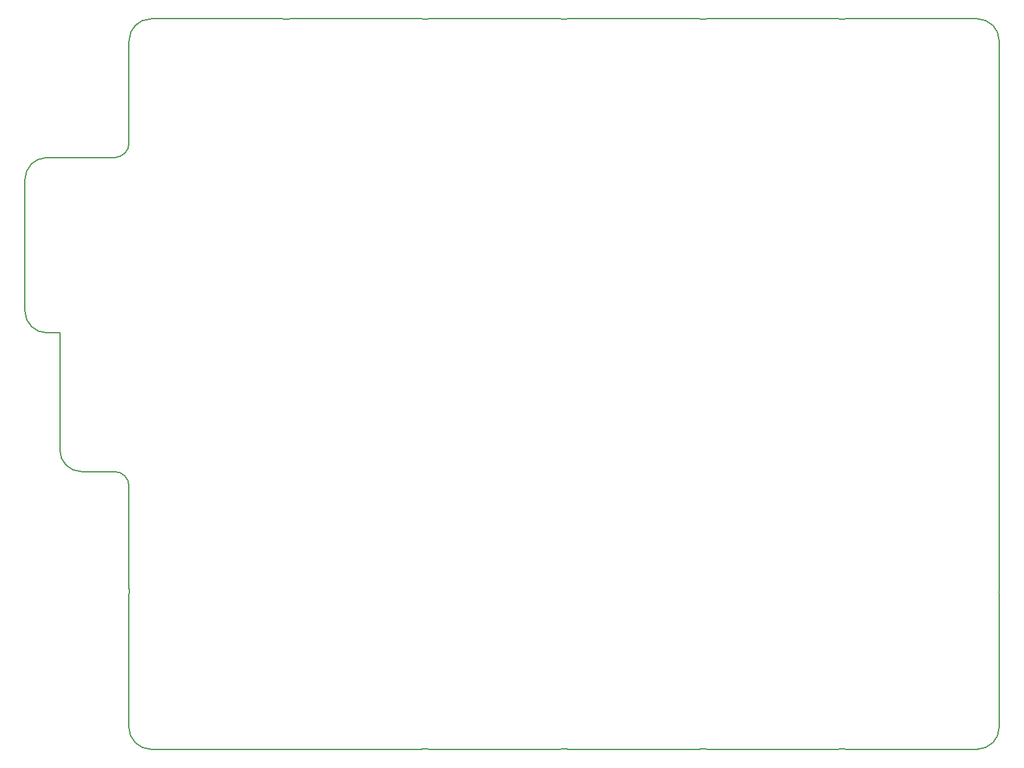
<source format=gbr>
%TF.GenerationSoftware,KiCad,Pcbnew,9.0.7*%
%TF.CreationDate,2026-01-20T23:17:06-08:00*%
%TF.ProjectId,right,72696768-742e-46b6-9963-61645f706362,v1.0.0*%
%TF.SameCoordinates,Original*%
%TF.FileFunction,Profile,NP*%
%FSLAX46Y46*%
G04 Gerber Fmt 4.6, Leading zero omitted, Abs format (unit mm)*
G04 Created by KiCad (PCBNEW 9.0.7) date 2026-01-20 23:17:06*
%MOMM*%
%LPD*%
G01*
G04 APERTURE LIST*
%TA.AperFunction,Profile*%
%ADD10C,0.150000*%
%TD*%
G04 APERTURE END LIST*
D10*
X316500000Y-161958040D02*
G75*
G02*
X316000000Y-162000006I-500000J2957640D01*
G01*
X297000000Y-62000000D02*
X279000000Y-62000000D01*
X335500000Y-62041960D02*
G75*
G02*
X336000000Y-61999994I500000J-2957640D01*
G01*
X375972180Y-83407608D02*
G75*
G02*
X376031251Y-84000000I-2940880J-592392D01*
G01*
X297487500Y-161955900D02*
G75*
G02*
X296975000Y-162000005I-512500J2955600D01*
G01*
X242762500Y-84000000D02*
G75*
G02*
X245762500Y-81000000I3000000J0D01*
G01*
X355000000Y-162000000D02*
G75*
G02*
X354500000Y-161958043I0J3000200D01*
G01*
X376031250Y-102000000D02*
G75*
G02*
X375992359Y-102481513I-3000250J0D01*
G01*
X257000000Y-126000000D02*
X257000000Y-140000000D01*
X355000000Y-162000000D02*
X373000000Y-162000000D01*
X354500000Y-161958040D02*
G75*
G02*
X354000000Y-162000006I-500000J2957640D01*
G01*
X373000000Y-62000000D02*
G75*
G02*
X376000000Y-65000000I0J-3000000D01*
G01*
X317000000Y-162000000D02*
X335000000Y-162000000D01*
X257000000Y-65000000D02*
X257000000Y-79000000D01*
X376037500Y-121000000D02*
G75*
G02*
X375974653Y-121610846I-3000000J0D01*
G01*
X259975000Y-162000000D02*
X296975000Y-162000000D01*
X278000000Y-62000000D02*
X260000000Y-62000000D01*
X257030411Y-140426073D02*
G75*
G02*
X256999994Y-140000000I2968989J426073D01*
G01*
X336000000Y-162000000D02*
X354000000Y-162000000D01*
X317000000Y-162000000D02*
G75*
G02*
X316500000Y-161958043I0J3000200D01*
G01*
X278500000Y-62041960D02*
G75*
G02*
X279000000Y-61999994I500000J-2957640D01*
G01*
X335000000Y-62000000D02*
X317000000Y-62000000D01*
X250525000Y-124000000D02*
G75*
G02*
X247525000Y-121000000I0J3000000D01*
G01*
X247525000Y-105000000D02*
X247525000Y-121000000D01*
X259975000Y-162000000D02*
G75*
G02*
X256975000Y-159000000I0J3000000D01*
G01*
X376000000Y-159000000D02*
X376000000Y-141000000D01*
X242762500Y-84000000D02*
X242762500Y-102000000D01*
X245762500Y-105000000D02*
G75*
G02*
X242762500Y-102000000I0J3000000D01*
G01*
X376000000Y-159000000D02*
G75*
G02*
X373000000Y-162000000I-3000000J0D01*
G01*
X375974653Y-121610846D02*
G75*
G02*
X376000006Y-122000000I-2973953J-389154D01*
G01*
X316000000Y-62000000D02*
X298000000Y-62000000D01*
X354500000Y-62041960D02*
G75*
G02*
X355000000Y-61999994I500000J-2957640D01*
G01*
X354000000Y-62000000D02*
X336000000Y-62000000D01*
X298000000Y-162000000D02*
G75*
G02*
X297487500Y-161955903I0J3000200D01*
G01*
X297000000Y-62000000D02*
G75*
G02*
X297500000Y-62041957I0J-3000200D01*
G01*
X297500000Y-62041960D02*
G75*
G02*
X298000000Y-61999994I500000J-2957640D01*
G01*
X298000000Y-162000000D02*
X316000000Y-162000000D01*
X278000000Y-62000000D02*
G75*
G02*
X278500000Y-62041957I0J-3000200D01*
G01*
X256975000Y-141000000D02*
X256975000Y-159000000D01*
X245762500Y-105000000D02*
X247525000Y-105000000D01*
X257000000Y-79000000D02*
G75*
G02*
X255000000Y-81000000I-2000000J0D01*
G01*
X316500000Y-62041960D02*
G75*
G02*
X317000000Y-61999994I500000J-2957640D01*
G01*
X373000000Y-62000000D02*
X355000000Y-62000000D01*
X376000000Y-83000000D02*
X376000000Y-65000000D01*
X336000000Y-162000000D02*
G75*
G02*
X335500000Y-161958043I0J3000200D01*
G01*
X376000000Y-83000000D02*
G75*
G02*
X375972179Y-83407608I-2999900J0D01*
G01*
X257000000Y-65000000D02*
G75*
G02*
X260000000Y-62000000I3000000J0D01*
G01*
X375992356Y-102481513D02*
G75*
G02*
X376037500Y-103000000I-2954856J-518487D01*
G01*
X335000000Y-62000000D02*
G75*
G02*
X335500000Y-62041957I0J-3000200D01*
G01*
X316000000Y-62000000D02*
G75*
G02*
X316500000Y-62041957I0J-3000200D01*
G01*
X376037500Y-121000000D02*
X376037500Y-103000000D01*
X354000000Y-62000000D02*
G75*
G02*
X354500000Y-62041957I0J-3000200D01*
G01*
X250525000Y-124000000D02*
X255000000Y-124000000D01*
X255000000Y-124000000D02*
G75*
G02*
X257000000Y-126000000I0J-2000000D01*
G01*
X375958040Y-140500000D02*
G75*
G02*
X376000006Y-141000000I-2957640J-500000D01*
G01*
X376000000Y-140000000D02*
X376000000Y-122000000D01*
X256975000Y-141000000D02*
G75*
G02*
X257030410Y-140426073I3000000J0D01*
G01*
X255000000Y-81000000D02*
X245762500Y-81000000D01*
X376000000Y-140000000D02*
G75*
G02*
X375958043Y-140500000I-3000200J0D01*
G01*
X376031250Y-102000000D02*
X376031250Y-84000000D01*
X335500000Y-161958040D02*
G75*
G02*
X335000000Y-162000006I-500000J2957640D01*
G01*
M02*

</source>
